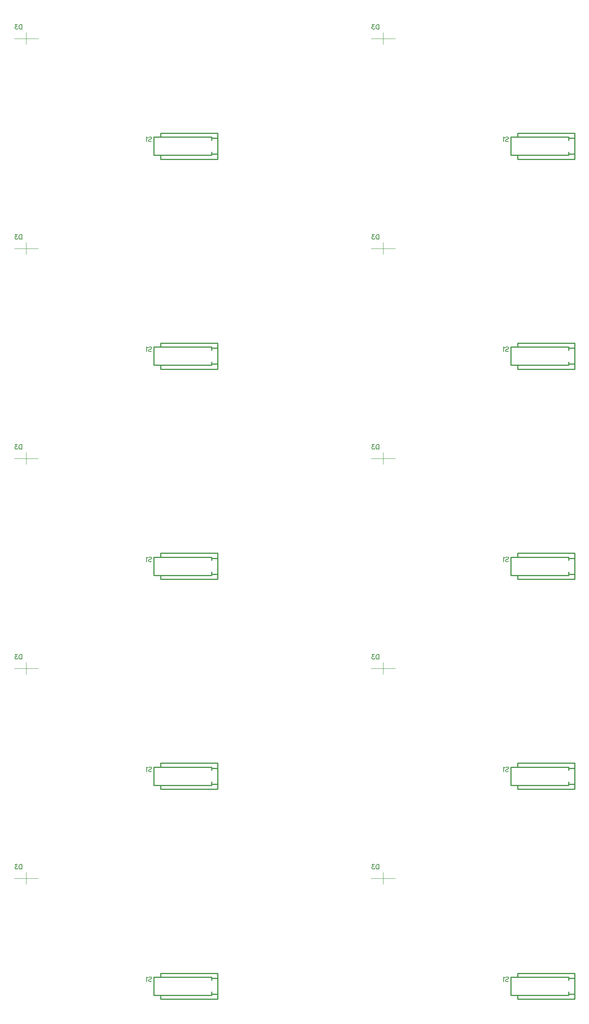
<source format=gbo>
G04*
G04 #@! TF.GenerationSoftware,Altium Limited,Altium Designer,19.1.8 (144)*
G04*
G04 Layer_Color=32896*
%FSLAX43Y43*%
%MOMM*%
G71*
G01*
G75*
%ADD31C,0.076*%
%ADD33C,0.254*%
%ADD36C,0.203*%
D31*
X10340Y39345D02*
X15700D01*
X13007Y38049D02*
Y40691D01*
X90340Y39345D02*
X95700D01*
X93007Y38049D02*
Y40691D01*
X10340Y86345D02*
X15700D01*
X13007Y85049D02*
Y87691D01*
X90340Y86345D02*
X95700D01*
X93007Y85049D02*
Y87691D01*
X10340Y133345D02*
X15700D01*
X13007Y132049D02*
Y134691D01*
X90340Y133345D02*
X95700D01*
X93007Y132049D02*
Y134691D01*
X10340Y180345D02*
X15700D01*
X13007Y179049D02*
Y181691D01*
X90340Y180345D02*
X95700D01*
X93007Y179049D02*
Y181691D01*
X10340Y227345D02*
X15700D01*
X13007Y226049D02*
Y228691D01*
X90340Y227345D02*
X95700D01*
X93007Y226049D02*
Y228691D01*
D33*
X43130Y18140D02*
X55930Y18140D01*
X43130Y12340D02*
X55930Y12340D01*
Y12340D02*
Y18140D01*
X54610Y17018D02*
X55880D01*
X54610Y13462D02*
X55880D01*
X54610Y16571D02*
Y17272D01*
Y13208D02*
Y13909D01*
X41656Y13208D02*
X54610D01*
X41656D02*
Y17272D01*
X54610D01*
X43130D02*
Y18140D01*
Y12340D02*
Y13208D01*
X123130Y18140D02*
X135930Y18140D01*
X123130Y12340D02*
X135930Y12340D01*
Y12340D02*
Y18140D01*
X134610Y17018D02*
X135880D01*
X134610Y13462D02*
X135880D01*
X134610Y16571D02*
Y17272D01*
Y13208D02*
Y13909D01*
X121656Y13208D02*
X134610D01*
X121656D02*
Y17272D01*
X134610D01*
X123130D02*
Y18140D01*
Y12340D02*
Y13208D01*
X43130Y65140D02*
X55930Y65140D01*
X43130Y59340D02*
X55930Y59340D01*
Y59340D02*
Y65140D01*
X54610Y64018D02*
X55880D01*
X54610Y60462D02*
X55880D01*
X54610Y63571D02*
Y64272D01*
Y60208D02*
Y60909D01*
X41656Y60208D02*
X54610D01*
X41656D02*
Y64272D01*
X54610D01*
X43130D02*
Y65140D01*
Y59340D02*
Y60208D01*
X123130Y65140D02*
X135930Y65140D01*
X123130Y59340D02*
X135930Y59340D01*
Y59340D02*
Y65140D01*
X134610Y64018D02*
X135880D01*
X134610Y60462D02*
X135880D01*
X134610Y63571D02*
Y64272D01*
Y60208D02*
Y60909D01*
X121656Y60208D02*
X134610D01*
X121656D02*
Y64272D01*
X134610D01*
X123130D02*
Y65140D01*
Y59340D02*
Y60208D01*
X43130Y112140D02*
X55930Y112140D01*
X43130Y106340D02*
X55930Y106340D01*
Y106340D02*
Y112140D01*
X54610Y111018D02*
X55880D01*
X54610Y107462D02*
X55880D01*
X54610Y110571D02*
Y111272D01*
Y107208D02*
Y107909D01*
X41656Y107208D02*
X54610D01*
X41656D02*
Y111272D01*
X54610D01*
X43130D02*
Y112140D01*
Y106340D02*
Y107208D01*
X123130Y112140D02*
X135930Y112140D01*
X123130Y106340D02*
X135930Y106340D01*
Y106340D02*
Y112140D01*
X134610Y111018D02*
X135880D01*
X134610Y107462D02*
X135880D01*
X134610Y110571D02*
Y111272D01*
Y107208D02*
Y107909D01*
X121656Y107208D02*
X134610D01*
X121656D02*
Y111272D01*
X134610D01*
X123130D02*
Y112140D01*
Y106340D02*
Y107208D01*
X43130Y159140D02*
X55930Y159140D01*
X43130Y153340D02*
X55930Y153340D01*
Y153340D02*
Y159140D01*
X54610Y158018D02*
X55880D01*
X54610Y154462D02*
X55880D01*
X54610Y157571D02*
Y158272D01*
Y154208D02*
Y154909D01*
X41656Y154208D02*
X54610D01*
X41656D02*
Y158272D01*
X54610D01*
X43130D02*
Y159140D01*
Y153340D02*
Y154208D01*
X123130Y159140D02*
X135930Y159140D01*
X123130Y153340D02*
X135930Y153340D01*
Y153340D02*
Y159140D01*
X134610Y158018D02*
X135880D01*
X134610Y154462D02*
X135880D01*
X134610Y157571D02*
Y158272D01*
Y154208D02*
Y154909D01*
X121656Y154208D02*
X134610D01*
X121656D02*
Y158272D01*
X134610D01*
X123130D02*
Y159140D01*
Y153340D02*
Y154208D01*
X43130Y206140D02*
X55930Y206140D01*
X43130Y200340D02*
X55930Y200340D01*
Y200340D02*
Y206140D01*
X54610Y205018D02*
X55880D01*
X54610Y201462D02*
X55880D01*
X54610Y204571D02*
Y205272D01*
Y201208D02*
Y201909D01*
X41656Y201208D02*
X54610D01*
X41656D02*
Y205272D01*
X54610D01*
X43130D02*
Y206140D01*
Y200340D02*
Y201208D01*
X123130Y206140D02*
X135930Y206140D01*
X123130Y200340D02*
X135930Y200340D01*
Y200340D02*
Y206140D01*
X134610Y205018D02*
X135880D01*
X134610Y201462D02*
X135880D01*
X134610Y204571D02*
Y205272D01*
Y201208D02*
Y201909D01*
X121656Y201208D02*
X134610D01*
X121656D02*
Y205272D01*
X134610D01*
X123130D02*
Y206140D01*
Y200340D02*
Y201208D01*
D36*
X12085Y42443D02*
Y41427D01*
Y42443D02*
X11746D01*
X11601Y42395D01*
X11504Y42298D01*
X11456Y42201D01*
X11408Y42056D01*
Y41814D01*
X11456Y41669D01*
X11504Y41573D01*
X11601Y41476D01*
X11746Y41427D01*
X12085D01*
X11084Y42443D02*
X10551D01*
X10842Y42056D01*
X10697D01*
X10600Y42008D01*
X10551Y41959D01*
X10503Y41814D01*
Y41718D01*
X10551Y41573D01*
X10648Y41476D01*
X10793Y41427D01*
X10938D01*
X11084Y41476D01*
X11132Y41524D01*
X11180Y41621D01*
X40471Y17127D02*
X40568Y17223D01*
X40713Y17272D01*
X40906D01*
X41051Y17223D01*
X41148Y17127D01*
Y17030D01*
X41100Y16933D01*
X41051Y16885D01*
X40955Y16836D01*
X40664Y16740D01*
X40568Y16691D01*
X40519Y16643D01*
X40471Y16546D01*
Y16401D01*
X40568Y16304D01*
X40713Y16256D01*
X40906D01*
X41051Y16304D01*
X41148Y16401D01*
X40243Y17078D02*
X40147Y17127D01*
X40002Y17272D01*
Y16256D01*
X92085Y42443D02*
Y41427D01*
Y42443D02*
X91746D01*
X91601Y42395D01*
X91504Y42298D01*
X91456Y42201D01*
X91408Y42056D01*
Y41814D01*
X91456Y41669D01*
X91504Y41573D01*
X91601Y41476D01*
X91746Y41427D01*
X92085D01*
X91084Y42443D02*
X90551D01*
X90842Y42056D01*
X90697D01*
X90600Y42008D01*
X90551Y41959D01*
X90503Y41814D01*
Y41718D01*
X90551Y41573D01*
X90648Y41476D01*
X90793Y41427D01*
X90938D01*
X91084Y41476D01*
X91132Y41524D01*
X91180Y41621D01*
X120471Y17127D02*
X120568Y17223D01*
X120713Y17272D01*
X120906D01*
X121051Y17223D01*
X121148Y17127D01*
Y17030D01*
X121100Y16933D01*
X121051Y16885D01*
X120955Y16836D01*
X120664Y16740D01*
X120568Y16691D01*
X120519Y16643D01*
X120471Y16546D01*
Y16401D01*
X120568Y16304D01*
X120713Y16256D01*
X120906D01*
X121051Y16304D01*
X121148Y16401D01*
X120243Y17078D02*
X120147Y17127D01*
X120002Y17272D01*
Y16256D01*
X12085Y89443D02*
Y88427D01*
Y89443D02*
X11746D01*
X11601Y89395D01*
X11504Y89298D01*
X11456Y89201D01*
X11408Y89056D01*
Y88814D01*
X11456Y88669D01*
X11504Y88573D01*
X11601Y88476D01*
X11746Y88427D01*
X12085D01*
X11084Y89443D02*
X10551D01*
X10842Y89056D01*
X10697D01*
X10600Y89008D01*
X10551Y88959D01*
X10503Y88814D01*
Y88718D01*
X10551Y88573D01*
X10648Y88476D01*
X10793Y88427D01*
X10938D01*
X11084Y88476D01*
X11132Y88524D01*
X11180Y88621D01*
X40471Y64127D02*
X40568Y64223D01*
X40713Y64272D01*
X40906D01*
X41051Y64223D01*
X41148Y64127D01*
Y64030D01*
X41100Y63933D01*
X41051Y63885D01*
X40955Y63836D01*
X40664Y63740D01*
X40568Y63691D01*
X40519Y63643D01*
X40471Y63546D01*
Y63401D01*
X40568Y63304D01*
X40713Y63256D01*
X40906D01*
X41051Y63304D01*
X41148Y63401D01*
X40243Y64078D02*
X40147Y64127D01*
X40002Y64272D01*
Y63256D01*
X92085Y89443D02*
Y88427D01*
Y89443D02*
X91746D01*
X91601Y89395D01*
X91504Y89298D01*
X91456Y89201D01*
X91408Y89056D01*
Y88814D01*
X91456Y88669D01*
X91504Y88573D01*
X91601Y88476D01*
X91746Y88427D01*
X92085D01*
X91084Y89443D02*
X90551D01*
X90842Y89056D01*
X90697D01*
X90600Y89008D01*
X90551Y88959D01*
X90503Y88814D01*
Y88718D01*
X90551Y88573D01*
X90648Y88476D01*
X90793Y88427D01*
X90938D01*
X91084Y88476D01*
X91132Y88524D01*
X91180Y88621D01*
X120471Y64127D02*
X120568Y64223D01*
X120713Y64272D01*
X120906D01*
X121051Y64223D01*
X121148Y64127D01*
Y64030D01*
X121100Y63933D01*
X121051Y63885D01*
X120955Y63836D01*
X120664Y63740D01*
X120568Y63691D01*
X120519Y63643D01*
X120471Y63546D01*
Y63401D01*
X120568Y63304D01*
X120713Y63256D01*
X120906D01*
X121051Y63304D01*
X121148Y63401D01*
X120243Y64078D02*
X120147Y64127D01*
X120002Y64272D01*
Y63256D01*
X12085Y136443D02*
Y135427D01*
Y136443D02*
X11746D01*
X11601Y136395D01*
X11504Y136298D01*
X11456Y136201D01*
X11408Y136056D01*
Y135814D01*
X11456Y135669D01*
X11504Y135573D01*
X11601Y135476D01*
X11746Y135427D01*
X12085D01*
X11084Y136443D02*
X10551D01*
X10842Y136056D01*
X10697D01*
X10600Y136008D01*
X10551Y135959D01*
X10503Y135814D01*
Y135718D01*
X10551Y135573D01*
X10648Y135476D01*
X10793Y135427D01*
X10938D01*
X11084Y135476D01*
X11132Y135524D01*
X11180Y135621D01*
X40471Y111127D02*
X40568Y111223D01*
X40713Y111272D01*
X40906D01*
X41051Y111223D01*
X41148Y111127D01*
Y111030D01*
X41100Y110933D01*
X41051Y110885D01*
X40955Y110836D01*
X40664Y110740D01*
X40568Y110691D01*
X40519Y110643D01*
X40471Y110546D01*
Y110401D01*
X40568Y110304D01*
X40713Y110256D01*
X40906D01*
X41051Y110304D01*
X41148Y110401D01*
X40243Y111078D02*
X40147Y111127D01*
X40002Y111272D01*
Y110256D01*
X92085Y136443D02*
Y135427D01*
Y136443D02*
X91746D01*
X91601Y136395D01*
X91504Y136298D01*
X91456Y136201D01*
X91408Y136056D01*
Y135814D01*
X91456Y135669D01*
X91504Y135573D01*
X91601Y135476D01*
X91746Y135427D01*
X92085D01*
X91084Y136443D02*
X90551D01*
X90842Y136056D01*
X90697D01*
X90600Y136008D01*
X90551Y135959D01*
X90503Y135814D01*
Y135718D01*
X90551Y135573D01*
X90648Y135476D01*
X90793Y135427D01*
X90938D01*
X91084Y135476D01*
X91132Y135524D01*
X91180Y135621D01*
X120471Y111127D02*
X120568Y111223D01*
X120713Y111272D01*
X120906D01*
X121051Y111223D01*
X121148Y111127D01*
Y111030D01*
X121100Y110933D01*
X121051Y110885D01*
X120955Y110836D01*
X120664Y110740D01*
X120568Y110691D01*
X120519Y110643D01*
X120471Y110546D01*
Y110401D01*
X120568Y110304D01*
X120713Y110256D01*
X120906D01*
X121051Y110304D01*
X121148Y110401D01*
X120243Y111078D02*
X120147Y111127D01*
X120002Y111272D01*
Y110256D01*
X12085Y183443D02*
Y182427D01*
Y183443D02*
X11746D01*
X11601Y183395D01*
X11504Y183298D01*
X11456Y183201D01*
X11408Y183056D01*
Y182814D01*
X11456Y182669D01*
X11504Y182573D01*
X11601Y182476D01*
X11746Y182427D01*
X12085D01*
X11084Y183443D02*
X10551D01*
X10842Y183056D01*
X10697D01*
X10600Y183008D01*
X10551Y182959D01*
X10503Y182814D01*
Y182718D01*
X10551Y182573D01*
X10648Y182476D01*
X10793Y182427D01*
X10938D01*
X11084Y182476D01*
X11132Y182524D01*
X11180Y182621D01*
X40471Y158127D02*
X40568Y158223D01*
X40713Y158272D01*
X40906D01*
X41051Y158223D01*
X41148Y158127D01*
Y158030D01*
X41100Y157933D01*
X41051Y157885D01*
X40955Y157836D01*
X40664Y157740D01*
X40568Y157691D01*
X40519Y157643D01*
X40471Y157546D01*
Y157401D01*
X40568Y157304D01*
X40713Y157256D01*
X40906D01*
X41051Y157304D01*
X41148Y157401D01*
X40243Y158078D02*
X40147Y158127D01*
X40002Y158272D01*
Y157256D01*
X92085Y183443D02*
Y182427D01*
Y183443D02*
X91746D01*
X91601Y183395D01*
X91504Y183298D01*
X91456Y183201D01*
X91408Y183056D01*
Y182814D01*
X91456Y182669D01*
X91504Y182573D01*
X91601Y182476D01*
X91746Y182427D01*
X92085D01*
X91084Y183443D02*
X90551D01*
X90842Y183056D01*
X90697D01*
X90600Y183008D01*
X90551Y182959D01*
X90503Y182814D01*
Y182718D01*
X90551Y182573D01*
X90648Y182476D01*
X90793Y182427D01*
X90938D01*
X91084Y182476D01*
X91132Y182524D01*
X91180Y182621D01*
X120471Y158127D02*
X120568Y158223D01*
X120713Y158272D01*
X120906D01*
X121051Y158223D01*
X121148Y158127D01*
Y158030D01*
X121100Y157933D01*
X121051Y157885D01*
X120955Y157836D01*
X120664Y157740D01*
X120568Y157691D01*
X120519Y157643D01*
X120471Y157546D01*
Y157401D01*
X120568Y157304D01*
X120713Y157256D01*
X120906D01*
X121051Y157304D01*
X121148Y157401D01*
X120243Y158078D02*
X120147Y158127D01*
X120002Y158272D01*
Y157256D01*
X12085Y230443D02*
Y229427D01*
Y230443D02*
X11746D01*
X11601Y230395D01*
X11504Y230298D01*
X11456Y230201D01*
X11408Y230056D01*
Y229814D01*
X11456Y229669D01*
X11504Y229573D01*
X11601Y229476D01*
X11746Y229427D01*
X12085D01*
X11084Y230443D02*
X10551D01*
X10842Y230056D01*
X10697D01*
X10600Y230008D01*
X10551Y229959D01*
X10503Y229814D01*
Y229718D01*
X10551Y229573D01*
X10648Y229476D01*
X10793Y229427D01*
X10938D01*
X11084Y229476D01*
X11132Y229524D01*
X11180Y229621D01*
X40471Y205127D02*
X40568Y205223D01*
X40713Y205272D01*
X40906D01*
X41051Y205223D01*
X41148Y205127D01*
Y205030D01*
X41100Y204933D01*
X41051Y204885D01*
X40955Y204836D01*
X40664Y204740D01*
X40568Y204691D01*
X40519Y204643D01*
X40471Y204546D01*
Y204401D01*
X40568Y204304D01*
X40713Y204256D01*
X40906D01*
X41051Y204304D01*
X41148Y204401D01*
X40243Y205078D02*
X40147Y205127D01*
X40002Y205272D01*
Y204256D01*
X92085Y230443D02*
Y229427D01*
Y230443D02*
X91746D01*
X91601Y230395D01*
X91504Y230298D01*
X91456Y230201D01*
X91408Y230056D01*
Y229814D01*
X91456Y229669D01*
X91504Y229573D01*
X91601Y229476D01*
X91746Y229427D01*
X92085D01*
X91084Y230443D02*
X90551D01*
X90842Y230056D01*
X90697D01*
X90600Y230008D01*
X90551Y229959D01*
X90503Y229814D01*
Y229718D01*
X90551Y229573D01*
X90648Y229476D01*
X90793Y229427D01*
X90938D01*
X91084Y229476D01*
X91132Y229524D01*
X91180Y229621D01*
X120471Y205127D02*
X120568Y205223D01*
X120713Y205272D01*
X120906D01*
X121051Y205223D01*
X121148Y205127D01*
Y205030D01*
X121100Y204933D01*
X121051Y204885D01*
X120955Y204836D01*
X120664Y204740D01*
X120568Y204691D01*
X120519Y204643D01*
X120471Y204546D01*
Y204401D01*
X120568Y204304D01*
X120713Y204256D01*
X120906D01*
X121051Y204304D01*
X121148Y204401D01*
X120243Y205078D02*
X120147Y205127D01*
X120002Y205272D01*
Y204256D01*
M02*

</source>
